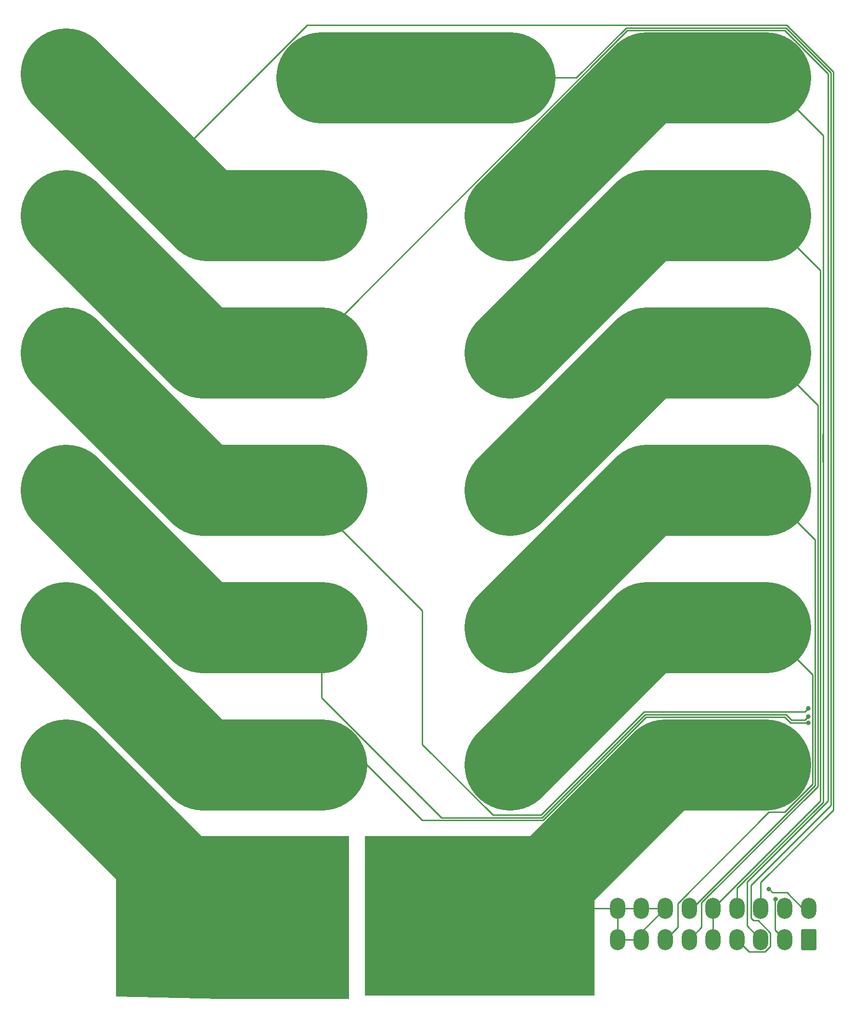
<source format=gtl>
G04 #@! TF.GenerationSoftware,KiCad,Pcbnew,8.0.5*
G04 #@! TF.CreationDate,2025-02-18T14:52:23-08:00*
G04 #@! TF.ProjectId,URBAN_CELL_BOARD,55524241-4e5f-4434-954c-4c5f424f4152,rev?*
G04 #@! TF.SameCoordinates,Original*
G04 #@! TF.FileFunction,Copper,L1,Top*
G04 #@! TF.FilePolarity,Positive*
%FSLAX46Y46*%
G04 Gerber Fmt 4.6, Leading zero omitted, Abs format (unit mm)*
G04 Created by KiCad (PCBNEW 8.0.5) date 2025-02-18 14:52:23*
%MOMM*%
%LPD*%
G01*
G04 APERTURE LIST*
G04 Aperture macros list*
%AMRoundRect*
0 Rectangle with rounded corners*
0 $1 Rounding radius*
0 $2 $3 $4 $5 $6 $7 $8 $9 X,Y pos of 4 corners*
0 Add a 4 corners polygon primitive as box body*
4,1,4,$2,$3,$4,$5,$6,$7,$8,$9,$2,$3,0*
0 Add four circle primitives for the rounded corners*
1,1,$1+$1,$2,$3*
1,1,$1+$1,$4,$5*
1,1,$1+$1,$6,$7*
1,1,$1+$1,$8,$9*
0 Add four rect primitives between the rounded corners*
20,1,$1+$1,$2,$3,$4,$5,0*
20,1,$1+$1,$4,$5,$6,$7,0*
20,1,$1+$1,$6,$7,$8,$9,0*
20,1,$1+$1,$8,$9,$2,$3,0*%
G04 Aperture macros list end*
G04 #@! TA.AperFunction,ComponentPad*
%ADD10C,9.000000*%
G04 #@! TD*
G04 #@! TA.AperFunction,ComponentPad*
%ADD11C,1.950000*%
G04 #@! TD*
G04 #@! TA.AperFunction,ComponentPad*
%ADD12RoundRect,0.250001X1.099999X1.599999X-1.099999X1.599999X-1.099999X-1.599999X1.099999X-1.599999X0*%
G04 #@! TD*
G04 #@! TA.AperFunction,ComponentPad*
%ADD13O,2.700000X3.700000*%
G04 #@! TD*
G04 #@! TA.AperFunction,ComponentPad*
%ADD14C,1.200000*%
G04 #@! TD*
G04 #@! TA.AperFunction,SMDPad,CuDef*
%ADD15R,10.000000X10.000000*%
G04 #@! TD*
G04 #@! TA.AperFunction,ViaPad*
%ADD16C,0.800000*%
G04 #@! TD*
G04 #@! TA.AperFunction,Conductor*
%ADD17C,0.250000*%
G04 #@! TD*
G04 #@! TA.AperFunction,Conductor*
%ADD18C,16.000000*%
G04 #@! TD*
G04 #@! TA.AperFunction,Conductor*
%ADD19C,3.000000*%
G04 #@! TD*
G04 APERTURE END LIST*
D10*
X148629000Y-119750000D03*
X103689000Y-119750000D03*
X226129000Y-119750000D03*
X181189000Y-119750000D03*
D11*
X119945000Y-267787500D03*
X119945000Y-275987500D03*
D10*
X148629000Y-143884000D03*
X103689000Y-143884000D03*
X226129000Y-168018000D03*
X181189000Y-168018000D03*
D11*
X189675000Y-267875000D03*
X189675000Y-276075000D03*
D12*
X234315000Y-271145000D03*
D13*
X230115000Y-271145000D03*
X225915000Y-271145000D03*
X221715000Y-271145000D03*
X217515000Y-271145000D03*
X213315000Y-271145000D03*
X209115000Y-271145000D03*
X204915000Y-271145000D03*
X200715000Y-271145000D03*
X234315000Y-265645000D03*
X230115000Y-265645000D03*
X225915000Y-265645000D03*
X221715000Y-265645000D03*
X217515000Y-265645000D03*
X213315000Y-265645000D03*
X209115000Y-265645000D03*
X204915000Y-265645000D03*
X200715000Y-265645000D03*
D10*
X148629000Y-192153000D03*
X103689000Y-192153000D03*
X226129000Y-192153000D03*
X181189000Y-192153000D03*
X148629000Y-168018000D03*
X103689000Y-168018000D03*
X226129000Y-216287000D03*
X181189000Y-216287000D03*
D14*
X131710000Y-268150000D03*
X131710000Y-270150000D03*
X131710000Y-272150000D03*
X131710000Y-274150000D03*
X131710000Y-276150000D03*
X133710000Y-268150000D03*
X133710000Y-276150000D03*
D15*
X135710000Y-272150000D03*
D14*
X135710001Y-268150000D03*
X135710001Y-276150000D03*
X137710000Y-268150000D03*
X137710000Y-276150000D03*
X139710000Y-268150000D03*
X139710000Y-270150000D03*
X139710000Y-272150000D03*
X139710000Y-274150000D03*
X139710000Y-276150000D03*
D10*
X148629000Y-240421000D03*
X103689000Y-240421000D03*
D14*
X178720000Y-276080000D03*
X178720000Y-274080000D03*
X178720000Y-272080000D03*
X178720000Y-270080000D03*
X178720000Y-268080000D03*
X176720000Y-276080000D03*
X176720000Y-268080000D03*
X174720001Y-276080000D03*
X174720001Y-268080000D03*
D15*
X174720000Y-272080000D03*
D14*
X172720000Y-276080000D03*
X172720000Y-268080000D03*
X170720000Y-276080000D03*
X170720000Y-274080000D03*
X170720000Y-272080000D03*
X170720000Y-270080000D03*
X170720000Y-268080000D03*
D10*
X226129000Y-240421000D03*
X181189000Y-240421000D03*
X148629000Y-216287000D03*
X103689000Y-216287000D03*
X226129000Y-143884000D03*
X181189000Y-143884000D03*
D16*
X227330000Y-262255000D03*
X234295500Y-233045000D03*
X234295500Y-231935842D03*
X228480577Y-264082355D03*
X234295500Y-230505000D03*
D17*
X233260000Y-265645000D02*
X234315000Y-265645000D01*
X227965000Y-262890000D02*
X230505000Y-262890000D01*
X156601000Y-240421000D02*
X148629000Y-240421000D01*
X230505000Y-262890000D02*
X233260000Y-265645000D01*
X166370000Y-250190000D02*
X156601000Y-240421000D01*
X205710672Y-232096000D02*
X187616672Y-250190000D01*
X187616672Y-250190000D02*
X166370000Y-250190000D01*
X231092328Y-233045000D02*
X230143328Y-232096000D01*
X230143328Y-232096000D02*
X205710672Y-232096000D01*
D18*
X127823000Y-240421000D02*
X103689000Y-216287000D01*
D17*
X227330000Y-262255000D02*
X227965000Y-262890000D01*
X234295500Y-233045000D02*
X231092328Y-233045000D01*
D18*
X148629000Y-240421000D02*
X127823000Y-240421000D01*
X135250000Y-272000000D02*
X142250000Y-272000000D01*
X103689000Y-240439000D02*
X135250000Y-272000000D01*
X103689000Y-240421000D02*
X103689000Y-240439000D01*
X148629000Y-216287000D02*
X127823000Y-216287000D01*
D17*
X233636342Y-232595000D02*
X231278724Y-232595000D01*
X228480577Y-264082355D02*
X228440000Y-264122932D01*
X228440000Y-269470000D02*
X230115000Y-271145000D01*
X187430276Y-249740000D02*
X169730000Y-249740000D01*
X231278724Y-232595000D02*
X230329724Y-231646000D01*
X205524276Y-231646000D02*
X187430276Y-249740000D01*
D18*
X127823000Y-216287000D02*
X103689000Y-192153000D01*
D17*
X148629000Y-228639000D02*
X148629000Y-216287000D01*
X230329724Y-231646000D02*
X205524276Y-231646000D01*
X234295500Y-231935842D02*
X233636342Y-232595000D01*
X169730000Y-249740000D02*
X148629000Y-228639000D01*
X228440000Y-264122932D02*
X228440000Y-269470000D01*
D18*
X148629000Y-143884000D02*
X128573000Y-143884000D01*
D17*
X238655000Y-248391396D02*
X238655000Y-118663880D01*
D18*
X119979500Y-135290500D02*
X103689000Y-119000000D01*
X128573000Y-143884000D02*
X119979500Y-135290500D01*
D17*
X230481120Y-110490000D02*
X146115672Y-110490000D01*
X225915000Y-265645000D02*
X225915000Y-261131396D01*
X146115672Y-110490000D02*
X121315172Y-135290500D01*
X121315172Y-135290500D02*
X119979500Y-135290500D01*
X225915000Y-261131396D02*
X238655000Y-248391396D01*
X238655000Y-118663880D02*
X230481120Y-110490000D01*
X202440672Y-111425000D02*
X148629000Y-165236672D01*
D18*
X148629000Y-168018000D02*
X127823000Y-168018000D01*
D17*
X223520000Y-260986396D02*
X237755000Y-246751396D01*
X225915000Y-271145000D02*
X223520000Y-268750000D01*
X230143328Y-111425000D02*
X202440672Y-111425000D01*
D18*
X127823000Y-168018000D02*
X103689000Y-143884000D01*
D17*
X148629000Y-165236672D02*
X148629000Y-168018000D01*
X237755000Y-246751396D02*
X237755000Y-119036672D01*
X237755000Y-119036672D02*
X230143328Y-111425000D01*
X223520000Y-268750000D02*
X223520000Y-260986396D01*
D18*
X127824000Y-192153000D02*
X103689000Y-168018000D01*
D17*
X233660500Y-231140000D02*
X205393880Y-231140000D01*
X148629000Y-195619000D02*
X148629000Y-192153000D01*
X205393880Y-231140000D02*
X187243880Y-249290000D01*
X166370000Y-213360000D02*
X148629000Y-195619000D01*
X187243880Y-249290000D02*
X178805000Y-249290000D01*
X234295500Y-230505000D02*
X233660500Y-231140000D01*
X166370000Y-236855000D02*
X166370000Y-213360000D01*
D18*
X148629000Y-192153000D02*
X127824000Y-192153000D01*
D17*
X178805000Y-249290000D02*
X166370000Y-236855000D01*
X221715000Y-271145000D02*
X223890000Y-273320000D01*
X223890000Y-273320000D02*
X226608808Y-273320000D01*
X202254276Y-110975000D02*
X193479276Y-119750000D01*
X225423808Y-267785000D02*
X224605000Y-267785000D01*
X193479276Y-119750000D02*
X181755000Y-119750000D01*
X224605000Y-267785000D02*
X224155698Y-267335698D01*
D18*
X148629000Y-119750000D02*
X181755000Y-119750000D01*
D17*
X238205000Y-118850276D02*
X230329724Y-110975000D01*
X227590000Y-272338808D02*
X227590000Y-269951192D01*
X227590000Y-269951192D02*
X225423808Y-267785000D01*
X230329724Y-110975000D02*
X202254276Y-110975000D01*
X224155000Y-261620000D02*
X238205000Y-247570000D01*
X224155698Y-267335698D02*
X224155698Y-261620698D01*
X226608808Y-273320000D02*
X227590000Y-272338808D01*
X224155698Y-261620698D02*
X224155000Y-261620000D01*
X238205000Y-247570000D02*
X238205000Y-118850276D01*
X204915000Y-271145000D02*
X204915000Y-269845000D01*
X200715000Y-271145000D02*
X204915000Y-271145000D01*
D18*
X209159000Y-240421000D02*
X226695000Y-240421000D01*
D17*
X191795000Y-265645000D02*
X188000000Y-269440000D01*
X200715000Y-265645000D02*
X200715000Y-271145000D01*
X204915000Y-269845000D02*
X209115000Y-265645000D01*
X200715000Y-265645000D02*
X209115000Y-265645000D01*
X200715000Y-265645000D02*
X191795000Y-265645000D01*
D19*
X173397500Y-272270000D02*
X171450000Y-274217500D01*
D18*
X177580000Y-272000000D02*
X209159000Y-240421000D01*
X166000000Y-272000000D02*
X177580000Y-272000000D01*
D19*
X177310000Y-272270000D02*
X173397500Y-272270000D01*
D18*
X205889000Y-216287000D02*
X181755000Y-240421000D01*
X226695000Y-216287000D02*
X205889000Y-216287000D01*
D17*
X211290000Y-264801192D02*
X227345192Y-248746000D01*
X235020000Y-243869328D02*
X235020000Y-224612000D01*
X235020000Y-224612000D02*
X226695000Y-216287000D01*
X211290000Y-268970000D02*
X211290000Y-264801192D01*
X230143328Y-248746000D02*
X235020000Y-243869328D01*
X209115000Y-271145000D02*
X211290000Y-268970000D01*
X227345192Y-248746000D02*
X230143328Y-248746000D01*
X236855000Y-182245000D02*
X236855000Y-150495000D01*
X236855000Y-150495000D02*
X236855000Y-149225000D01*
X236855000Y-149860000D02*
X236855000Y-149225000D01*
X236855000Y-149225000D02*
X236855000Y-129910000D01*
X236855000Y-129910000D02*
X226695000Y-119750000D01*
X236855000Y-187325000D02*
X236855000Y-149860000D01*
X236855000Y-247015000D02*
X236855000Y-187325000D01*
X221715000Y-262155000D02*
X236855000Y-247015000D01*
X236820000Y-182245000D02*
X236855000Y-182245000D01*
D18*
X226695000Y-119750000D02*
X205889000Y-119750000D01*
D17*
X236855000Y-187325000D02*
X236820000Y-187290000D01*
D18*
X205889000Y-119750000D02*
X181755000Y-143884000D01*
D17*
X236820000Y-187290000D02*
X236820000Y-182245000D01*
X221715000Y-265645000D02*
X221715000Y-262155000D01*
X236855000Y-150495000D02*
X236855000Y-149860000D01*
X236370000Y-246790000D02*
X236370000Y-153559000D01*
D18*
X226695000Y-143884000D02*
X205889000Y-143884000D01*
D17*
X217515000Y-265645000D02*
X236370000Y-246790000D01*
X236370000Y-153559000D02*
X226695000Y-143884000D01*
D18*
X205889000Y-143884000D02*
X181755000Y-168018000D01*
D17*
X217515000Y-271145000D02*
X217515000Y-265645000D01*
D18*
X205890000Y-168018000D02*
X181755000Y-192153000D01*
D17*
X215490000Y-268970000D02*
X215490000Y-264672120D01*
X235920000Y-177243000D02*
X226695000Y-168018000D01*
X213315000Y-271145000D02*
X215490000Y-268970000D01*
X235920000Y-244242120D02*
X235920000Y-177243000D01*
X215490000Y-264672120D02*
X235920000Y-244242120D01*
D18*
X226695000Y-168018000D02*
X205890000Y-168018000D01*
X205889000Y-192153000D02*
X181755000Y-216287000D01*
D17*
X213880724Y-265645000D02*
X235470000Y-244055724D01*
X235470000Y-200928000D02*
X226695000Y-192153000D01*
X235470000Y-244055724D02*
X235470000Y-200928000D01*
D18*
X226695000Y-192153000D02*
X205889000Y-192153000D01*
D17*
X213315000Y-265645000D02*
X213880724Y-265645000D01*
G04 #@! TA.AperFunction,Conductor*
G36*
X196612121Y-253020002D02*
G01*
X196658614Y-253073658D01*
X196670000Y-253126000D01*
X196670000Y-280909000D01*
X196649998Y-280977121D01*
X196596342Y-281023614D01*
X196544000Y-281035000D01*
X156376000Y-281035000D01*
X156307879Y-281014998D01*
X156261386Y-280961342D01*
X156250000Y-280909000D01*
X156250000Y-271911494D01*
X171719500Y-271911494D01*
X171719500Y-272248505D01*
X171757233Y-272583398D01*
X171801590Y-272777737D01*
X171832224Y-272911954D01*
X171832226Y-272911960D01*
X171832225Y-272911960D01*
X171943524Y-273230033D01*
X171943535Y-273230060D01*
X172089751Y-273533681D01*
X172089756Y-273533690D01*
X172269051Y-273819036D01*
X172479177Y-274082526D01*
X172717473Y-274320822D01*
X172980963Y-274530948D01*
X173266309Y-274710243D01*
X173266314Y-274710246D01*
X173569949Y-274856469D01*
X173569965Y-274856474D01*
X173569966Y-274856475D01*
X173888039Y-274967774D01*
X173888042Y-274967774D01*
X173888046Y-274967776D01*
X174131239Y-275023282D01*
X174216601Y-275042766D01*
X174216602Y-275042766D01*
X174216606Y-275042767D01*
X174437492Y-275067654D01*
X174551494Y-275080500D01*
X174551496Y-275080500D01*
X174888506Y-275080500D01*
X174985925Y-275069523D01*
X175223394Y-275042767D01*
X175551954Y-274967776D01*
X175870051Y-274856469D01*
X176173686Y-274710246D01*
X176459039Y-274530946D01*
X176722523Y-274320825D01*
X176960825Y-274082523D01*
X177170946Y-273819039D01*
X177350246Y-273533686D01*
X177496469Y-273230051D01*
X177607776Y-272911954D01*
X177682767Y-272583394D01*
X177720500Y-272248504D01*
X177720500Y-271911496D01*
X177682767Y-271576606D01*
X177607776Y-271248046D01*
X177496469Y-270929949D01*
X177350246Y-270626314D01*
X177350243Y-270626309D01*
X177170948Y-270340963D01*
X176960822Y-270077473D01*
X176722526Y-269839177D01*
X176459036Y-269629051D01*
X176173690Y-269449756D01*
X176173681Y-269449751D01*
X175870060Y-269303535D01*
X175870055Y-269303533D01*
X175870051Y-269303531D01*
X175870045Y-269303528D01*
X175870033Y-269303524D01*
X175551960Y-269192225D01*
X175223398Y-269117233D01*
X174888506Y-269079500D01*
X174888504Y-269079500D01*
X174551496Y-269079500D01*
X174551494Y-269079500D01*
X174216601Y-269117233D01*
X173888039Y-269192225D01*
X173569966Y-269303524D01*
X173569939Y-269303535D01*
X173266318Y-269449751D01*
X173266309Y-269449756D01*
X172980963Y-269629051D01*
X172717473Y-269839177D01*
X172479177Y-270077473D01*
X172269051Y-270340963D01*
X172089756Y-270626309D01*
X172089751Y-270626318D01*
X171943535Y-270929939D01*
X171943524Y-270929966D01*
X171832225Y-271248039D01*
X171757233Y-271576601D01*
X171719500Y-271911494D01*
X156250000Y-271911494D01*
X156250000Y-253126000D01*
X156270002Y-253057879D01*
X156323658Y-253011386D01*
X156376000Y-253000000D01*
X196544000Y-253000000D01*
X196612121Y-253020002D01*
G37*
G04 #@! TD.AperFunction*
G04 #@! TA.AperFunction,Conductor*
G36*
X153477121Y-252985002D02*
G01*
X153523614Y-253038658D01*
X153535000Y-253091000D01*
X153535000Y-281458000D01*
X153514998Y-281526121D01*
X153461342Y-281572614D01*
X153409000Y-281584000D01*
X130945563Y-281584000D01*
X130942491Y-281583963D01*
X112622928Y-281137144D01*
X112555315Y-281115486D01*
X112510144Y-281060713D01*
X112500000Y-281011181D01*
X112500000Y-271981494D01*
X132709500Y-271981494D01*
X132709500Y-272318505D01*
X132747233Y-272653398D01*
X132791590Y-272847737D01*
X132822224Y-272981954D01*
X132822226Y-272981960D01*
X132822225Y-272981960D01*
X132933524Y-273300033D01*
X132933535Y-273300060D01*
X133079751Y-273603681D01*
X133079756Y-273603690D01*
X133259051Y-273889036D01*
X133469177Y-274152526D01*
X133707473Y-274390822D01*
X133970963Y-274600948D01*
X134256309Y-274780243D01*
X134256314Y-274780246D01*
X134559949Y-274926469D01*
X134559965Y-274926474D01*
X134559966Y-274926475D01*
X134878039Y-275037774D01*
X134878042Y-275037774D01*
X134878046Y-275037776D01*
X135121239Y-275093282D01*
X135206601Y-275112766D01*
X135206602Y-275112766D01*
X135206606Y-275112767D01*
X135427492Y-275137654D01*
X135541494Y-275150500D01*
X135541496Y-275150500D01*
X135878506Y-275150500D01*
X135975925Y-275139523D01*
X136213394Y-275112767D01*
X136541954Y-275037776D01*
X136860051Y-274926469D01*
X137163686Y-274780246D01*
X137449039Y-274600946D01*
X137712523Y-274390825D01*
X137950825Y-274152523D01*
X138160946Y-273889039D01*
X138340246Y-273603686D01*
X138486469Y-273300051D01*
X138597776Y-272981954D01*
X138672767Y-272653394D01*
X138710500Y-272318504D01*
X138710500Y-271981496D01*
X138672767Y-271646606D01*
X138597776Y-271318046D01*
X138486469Y-270999949D01*
X138340246Y-270696314D01*
X138340243Y-270696309D01*
X138160948Y-270410963D01*
X137950822Y-270147473D01*
X137712526Y-269909177D01*
X137449036Y-269699051D01*
X137163690Y-269519756D01*
X137163681Y-269519751D01*
X136860060Y-269373535D01*
X136860055Y-269373533D01*
X136860051Y-269373531D01*
X136860045Y-269373528D01*
X136860033Y-269373524D01*
X136541960Y-269262225D01*
X136213398Y-269187233D01*
X135878506Y-269149500D01*
X135878504Y-269149500D01*
X135541496Y-269149500D01*
X135541494Y-269149500D01*
X135206601Y-269187233D01*
X134878039Y-269262225D01*
X134559966Y-269373524D01*
X134559939Y-269373535D01*
X134256318Y-269519751D01*
X134256309Y-269519756D01*
X133970963Y-269699051D01*
X133707473Y-269909177D01*
X133469177Y-270147473D01*
X133259051Y-270410963D01*
X133079756Y-270696309D01*
X133079751Y-270696318D01*
X132933535Y-270999939D01*
X132933524Y-270999966D01*
X132822225Y-271318039D01*
X132747233Y-271646601D01*
X132709500Y-271981494D01*
X112500000Y-271981494D01*
X112500000Y-253091000D01*
X112520002Y-253022879D01*
X112573658Y-252976386D01*
X112626000Y-252965000D01*
X153409000Y-252965000D01*
X153477121Y-252985002D01*
G37*
G04 #@! TD.AperFunction*
M02*

</source>
